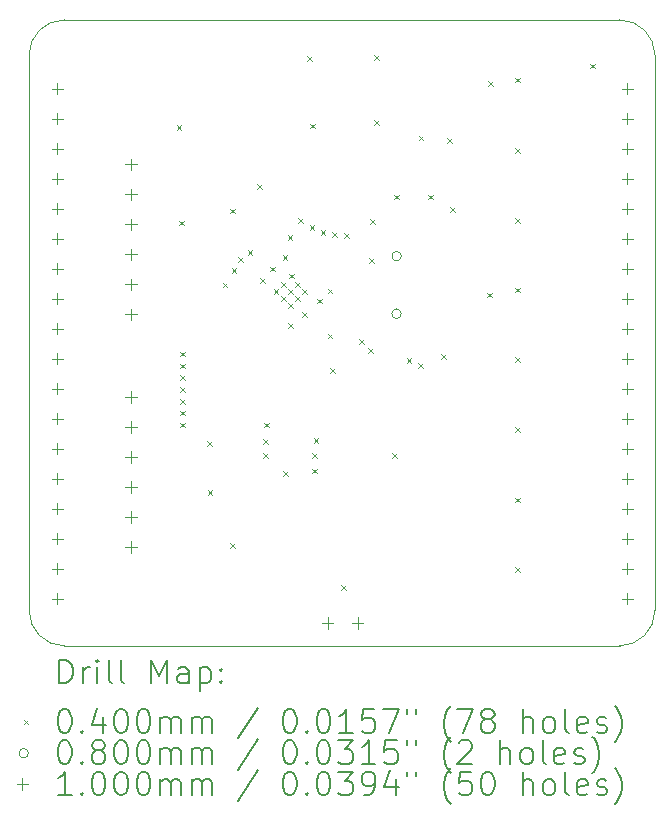
<source format=gbr>
%TF.GenerationSoftware,KiCad,Pcbnew,7.0.9*%
%TF.CreationDate,2024-03-24T12:36:57+01:00*%
%TF.ProjectId,PowerPiNano,506f7765-7250-4694-9e61-6e6f2e6b6963,rev?*%
%TF.SameCoordinates,Original*%
%TF.FileFunction,Drillmap*%
%TF.FilePolarity,Positive*%
%FSLAX45Y45*%
G04 Gerber Fmt 4.5, Leading zero omitted, Abs format (unit mm)*
G04 Created by KiCad (PCBNEW 7.0.9) date 2024-03-24 12:36:57*
%MOMM*%
%LPD*%
G01*
G04 APERTURE LIST*
%ADD10C,0.100000*%
%ADD11C,0.200000*%
G04 APERTURE END LIST*
D10*
X12500000Y-7900000D02*
G75*
G03*
X12200000Y-8200000I0J-300000D01*
G01*
X12200000Y-12900000D02*
G75*
G03*
X12500000Y-13200000I300000J0D01*
G01*
X12200000Y-12900000D02*
X12200000Y-8200000D01*
X17500000Y-8200000D02*
G75*
G03*
X17200000Y-7900000I-300000J0D01*
G01*
X17500000Y-8200000D02*
X17500000Y-12900000D01*
X17200000Y-13200000D02*
X12500000Y-13200000D01*
X17200000Y-13200000D02*
G75*
G03*
X17500000Y-12900000I0J300000D01*
G01*
X12500000Y-7900000D02*
X17200000Y-7900000D01*
D11*
D10*
X13450000Y-8791000D02*
X13490000Y-8831000D01*
X13490000Y-8791000D02*
X13450000Y-8831000D01*
X13470000Y-9600000D02*
X13510000Y-9640000D01*
X13510000Y-9600000D02*
X13470000Y-9640000D01*
X13479950Y-10710000D02*
X13519950Y-10750000D01*
X13519950Y-10710000D02*
X13479950Y-10750000D01*
X13479995Y-10909900D02*
X13519995Y-10949900D01*
X13519995Y-10909900D02*
X13479995Y-10949900D01*
X13480000Y-11109801D02*
X13520000Y-11149801D01*
X13520000Y-11109801D02*
X13480000Y-11149801D01*
X13480000Y-11309701D02*
X13520000Y-11349701D01*
X13520000Y-11309701D02*
X13480000Y-11349701D01*
X13480000Y-11209751D02*
X13520000Y-11249751D01*
X13520000Y-11209751D02*
X13480000Y-11249751D01*
X13480001Y-11009851D02*
X13520001Y-11049851D01*
X13520001Y-11009851D02*
X13480001Y-11049851D01*
X13480021Y-10809950D02*
X13520021Y-10849950D01*
X13520021Y-10809950D02*
X13480021Y-10849950D01*
X13710000Y-11469700D02*
X13750000Y-11509700D01*
X13750000Y-11469700D02*
X13710000Y-11509700D01*
X13712063Y-11884750D02*
X13752063Y-11924750D01*
X13752063Y-11884750D02*
X13712063Y-11924750D01*
X13839950Y-10124462D02*
X13879950Y-10164462D01*
X13879950Y-10124462D02*
X13839950Y-10164462D01*
X13900000Y-12330000D02*
X13940000Y-12370000D01*
X13940000Y-12330000D02*
X13900000Y-12370000D01*
X13900050Y-9499471D02*
X13940050Y-9539471D01*
X13940050Y-9499471D02*
X13900050Y-9539471D01*
X13915090Y-10002707D02*
X13955090Y-10042707D01*
X13955090Y-10002707D02*
X13915090Y-10042707D01*
X13969912Y-9911004D02*
X14009912Y-9951004D01*
X14009912Y-9911004D02*
X13969912Y-9951004D01*
X14050136Y-9850000D02*
X14090136Y-9890000D01*
X14090136Y-9850000D02*
X14050136Y-9890000D01*
X14130000Y-9290000D02*
X14170000Y-9330000D01*
X14170000Y-9290000D02*
X14130000Y-9330000D01*
X14158774Y-10087181D02*
X14198774Y-10127181D01*
X14198774Y-10087181D02*
X14158774Y-10127181D01*
X14180000Y-11450000D02*
X14220000Y-11490000D01*
X14220000Y-11450000D02*
X14180000Y-11490000D01*
X14180000Y-11570000D02*
X14220000Y-11610000D01*
X14220000Y-11570000D02*
X14180000Y-11610000D01*
X14190000Y-11310000D02*
X14230000Y-11350000D01*
X14230000Y-11310000D02*
X14190000Y-11350000D01*
X14242859Y-9990745D02*
X14282859Y-10030745D01*
X14282859Y-9990745D02*
X14242859Y-10030745D01*
X14272063Y-10180000D02*
X14312063Y-10220000D01*
X14312063Y-10180000D02*
X14272063Y-10220000D01*
X14333137Y-10120000D02*
X14373137Y-10160000D01*
X14373137Y-10120000D02*
X14333137Y-10160000D01*
X14333137Y-10240000D02*
X14373137Y-10280000D01*
X14373137Y-10240000D02*
X14333137Y-10280000D01*
X14347084Y-9892916D02*
X14387084Y-9932916D01*
X14387084Y-9892916D02*
X14347084Y-9932916D01*
X14350000Y-11720000D02*
X14390000Y-11760000D01*
X14390000Y-11720000D02*
X14350000Y-11760000D01*
X14390000Y-9720000D02*
X14430000Y-9760000D01*
X14430000Y-9720000D02*
X14390000Y-9760000D01*
X14392013Y-10470000D02*
X14432013Y-10510000D01*
X14432013Y-10470000D02*
X14392013Y-10510000D01*
X14393137Y-10180000D02*
X14433137Y-10220000D01*
X14433137Y-10180000D02*
X14393137Y-10220000D01*
X14393137Y-10300000D02*
X14433137Y-10340000D01*
X14433137Y-10300000D02*
X14393137Y-10340000D01*
X14402063Y-10050000D02*
X14442063Y-10090000D01*
X14442063Y-10050000D02*
X14402063Y-10090000D01*
X14453137Y-10120000D02*
X14493137Y-10160000D01*
X14493137Y-10120000D02*
X14453137Y-10160000D01*
X14453137Y-10240000D02*
X14493137Y-10280000D01*
X14493137Y-10240000D02*
X14453137Y-10280000D01*
X14477356Y-9578431D02*
X14517356Y-9618431D01*
X14517356Y-9578431D02*
X14477356Y-9618431D01*
X14511559Y-10372635D02*
X14551559Y-10412635D01*
X14551559Y-10372635D02*
X14511559Y-10412635D01*
X14513137Y-10180000D02*
X14553137Y-10220000D01*
X14553137Y-10180000D02*
X14513137Y-10220000D01*
X14557000Y-8207000D02*
X14597000Y-8247000D01*
X14597000Y-8207000D02*
X14557000Y-8247000D01*
X14575506Y-9638072D02*
X14615506Y-9678072D01*
X14615506Y-9638072D02*
X14575506Y-9678072D01*
X14580000Y-8780000D02*
X14620000Y-8820000D01*
X14620000Y-8780000D02*
X14580000Y-8820000D01*
X14600000Y-11570000D02*
X14640000Y-11610000D01*
X14640000Y-11570000D02*
X14600000Y-11610000D01*
X14600000Y-11700000D02*
X14640000Y-11740000D01*
X14640000Y-11700000D02*
X14600000Y-11740000D01*
X14610000Y-11440000D02*
X14650000Y-11480000D01*
X14650000Y-11440000D02*
X14610000Y-11480000D01*
X14640000Y-10260000D02*
X14680000Y-10300000D01*
X14680000Y-10260000D02*
X14640000Y-10300000D01*
X14670000Y-9680000D02*
X14710000Y-9720000D01*
X14710000Y-9680000D02*
X14670000Y-9720000D01*
X14728491Y-10175083D02*
X14768491Y-10215083D01*
X14768491Y-10175083D02*
X14728491Y-10215083D01*
X14729288Y-10557918D02*
X14769288Y-10597918D01*
X14769288Y-10557918D02*
X14729288Y-10597918D01*
X14749950Y-10850000D02*
X14789950Y-10890000D01*
X14789950Y-10850000D02*
X14749950Y-10890000D01*
X14769427Y-9699948D02*
X14809427Y-9739948D01*
X14809427Y-9699948D02*
X14769427Y-9739948D01*
X14840000Y-12685000D02*
X14880000Y-12725000D01*
X14880000Y-12685000D02*
X14840000Y-12725000D01*
X14868969Y-9708969D02*
X14908969Y-9748969D01*
X14908969Y-9708969D02*
X14868969Y-9748969D01*
X14997898Y-10605765D02*
X15037898Y-10645765D01*
X15037898Y-10605765D02*
X14997898Y-10645765D01*
X15072738Y-10680676D02*
X15112738Y-10720676D01*
X15112738Y-10680676D02*
X15072738Y-10720676D01*
X15080000Y-9920000D02*
X15120000Y-9960000D01*
X15120000Y-9920000D02*
X15080000Y-9960000D01*
X15085996Y-9585996D02*
X15125996Y-9625996D01*
X15125996Y-9585996D02*
X15085996Y-9625996D01*
X15120000Y-8200000D02*
X15160000Y-8240000D01*
X15160000Y-8200000D02*
X15120000Y-8240000D01*
X15120000Y-8750000D02*
X15160000Y-8790000D01*
X15160000Y-8750000D02*
X15120000Y-8790000D01*
X15273569Y-11566431D02*
X15313569Y-11606431D01*
X15313569Y-11566431D02*
X15273569Y-11606431D01*
X15292063Y-9380000D02*
X15332063Y-9420000D01*
X15332063Y-9380000D02*
X15292063Y-9420000D01*
X15397741Y-10762259D02*
X15437741Y-10802259D01*
X15437741Y-10762259D02*
X15397741Y-10802259D01*
X15496700Y-10804651D02*
X15536700Y-10844651D01*
X15536700Y-10804651D02*
X15496700Y-10844651D01*
X15500000Y-8880000D02*
X15540000Y-8920000D01*
X15540000Y-8880000D02*
X15500000Y-8920000D01*
X15580000Y-9380000D02*
X15620000Y-9420000D01*
X15620000Y-9380000D02*
X15580000Y-9420000D01*
X15690000Y-10730000D02*
X15730000Y-10770000D01*
X15730000Y-10730000D02*
X15690000Y-10770000D01*
X15740000Y-8900050D02*
X15780000Y-8940050D01*
X15780000Y-8900050D02*
X15740000Y-8940050D01*
X15764462Y-9484462D02*
X15804462Y-9524462D01*
X15804462Y-9484462D02*
X15764462Y-9524462D01*
X16080000Y-10210000D02*
X16120000Y-10250000D01*
X16120000Y-10210000D02*
X16080000Y-10250000D01*
X16090000Y-8420000D02*
X16130000Y-8460000D01*
X16130000Y-8420000D02*
X16090000Y-8460000D01*
X16313750Y-8390000D02*
X16353750Y-8430000D01*
X16353750Y-8390000D02*
X16313750Y-8430000D01*
X16314750Y-9576687D02*
X16354750Y-9616687D01*
X16354750Y-9576687D02*
X16314750Y-9616687D01*
X16314750Y-10166687D02*
X16354750Y-10206687D01*
X16354750Y-10166687D02*
X16314750Y-10206687D01*
X16314750Y-10756687D02*
X16354750Y-10796687D01*
X16354750Y-10756687D02*
X16314750Y-10796687D01*
X16314750Y-11346687D02*
X16354750Y-11386687D01*
X16354750Y-11346687D02*
X16314750Y-11386687D01*
X16314750Y-12536687D02*
X16354750Y-12576687D01*
X16354750Y-12536687D02*
X16314750Y-12576687D01*
X16316250Y-11946450D02*
X16356250Y-11986450D01*
X16356250Y-11946450D02*
X16316250Y-11986450D01*
X16318500Y-8986687D02*
X16358500Y-9026687D01*
X16358500Y-8986687D02*
X16318500Y-9026687D01*
X16950000Y-8270000D02*
X16990000Y-8310000D01*
X16990000Y-8270000D02*
X16950000Y-8310000D01*
X15352063Y-9900000D02*
G75*
G03*
X15352063Y-9900000I-40000J0D01*
G01*
X15352063Y-10388000D02*
G75*
G03*
X15352063Y-10388000I-40000J0D01*
G01*
X12441137Y-8432000D02*
X12441137Y-8532000D01*
X12391137Y-8482000D02*
X12491137Y-8482000D01*
X12441137Y-8686000D02*
X12441137Y-8786000D01*
X12391137Y-8736000D02*
X12491137Y-8736000D01*
X12441137Y-8940000D02*
X12441137Y-9040000D01*
X12391137Y-8990000D02*
X12491137Y-8990000D01*
X12441137Y-9194000D02*
X12441137Y-9294000D01*
X12391137Y-9244000D02*
X12491137Y-9244000D01*
X12441137Y-9448000D02*
X12441137Y-9548000D01*
X12391137Y-9498000D02*
X12491137Y-9498000D01*
X12441137Y-9702000D02*
X12441137Y-9802000D01*
X12391137Y-9752000D02*
X12491137Y-9752000D01*
X12441137Y-9956000D02*
X12441137Y-10056000D01*
X12391137Y-10006000D02*
X12491137Y-10006000D01*
X12441137Y-10210000D02*
X12441137Y-10310000D01*
X12391137Y-10260000D02*
X12491137Y-10260000D01*
X12441137Y-10464000D02*
X12441137Y-10564000D01*
X12391137Y-10514000D02*
X12491137Y-10514000D01*
X12441137Y-10718000D02*
X12441137Y-10818000D01*
X12391137Y-10768000D02*
X12491137Y-10768000D01*
X12441137Y-10972000D02*
X12441137Y-11072000D01*
X12391137Y-11022000D02*
X12491137Y-11022000D01*
X12441137Y-11226000D02*
X12441137Y-11326000D01*
X12391137Y-11276000D02*
X12491137Y-11276000D01*
X12441137Y-11480000D02*
X12441137Y-11580000D01*
X12391137Y-11530000D02*
X12491137Y-11530000D01*
X12441137Y-11734000D02*
X12441137Y-11834000D01*
X12391137Y-11784000D02*
X12491137Y-11784000D01*
X12441137Y-11988000D02*
X12441137Y-12088000D01*
X12391137Y-12038000D02*
X12491137Y-12038000D01*
X12441137Y-12242000D02*
X12441137Y-12342000D01*
X12391137Y-12292000D02*
X12491137Y-12292000D01*
X12441137Y-12496000D02*
X12441137Y-12596000D01*
X12391137Y-12546000D02*
X12491137Y-12546000D01*
X12441137Y-12750000D02*
X12441137Y-12850000D01*
X12391137Y-12800000D02*
X12491137Y-12800000D01*
X13062063Y-11044750D02*
X13062063Y-11144750D01*
X13012063Y-11094750D02*
X13112063Y-11094750D01*
X13062063Y-11298750D02*
X13062063Y-11398750D01*
X13012063Y-11348750D02*
X13112063Y-11348750D01*
X13062063Y-11552750D02*
X13062063Y-11652750D01*
X13012063Y-11602750D02*
X13112063Y-11602750D01*
X13062063Y-11806750D02*
X13062063Y-11906750D01*
X13012063Y-11856750D02*
X13112063Y-11856750D01*
X13062063Y-12060750D02*
X13062063Y-12160750D01*
X13012063Y-12110750D02*
X13112063Y-12110750D01*
X13062063Y-12314750D02*
X13062063Y-12414750D01*
X13012063Y-12364750D02*
X13112063Y-12364750D01*
X13062496Y-9074506D02*
X13062496Y-9174506D01*
X13012496Y-9124506D02*
X13112496Y-9124506D01*
X13062496Y-9328506D02*
X13062496Y-9428506D01*
X13012496Y-9378506D02*
X13112496Y-9378506D01*
X13062496Y-9582506D02*
X13062496Y-9682506D01*
X13012496Y-9632506D02*
X13112496Y-9632506D01*
X13062496Y-9836506D02*
X13062496Y-9936506D01*
X13012496Y-9886506D02*
X13112496Y-9886506D01*
X13062496Y-10090506D02*
X13062496Y-10190506D01*
X13012496Y-10140506D02*
X13112496Y-10140506D01*
X13062496Y-10344506D02*
X13062496Y-10444506D01*
X13012496Y-10394506D02*
X13112496Y-10394506D01*
X14727637Y-12960000D02*
X14727637Y-13060000D01*
X14677637Y-13010000D02*
X14777637Y-13010000D01*
X14981637Y-12960000D02*
X14981637Y-13060000D01*
X14931637Y-13010000D02*
X15031637Y-13010000D01*
X17267137Y-8432000D02*
X17267137Y-8532000D01*
X17217137Y-8482000D02*
X17317137Y-8482000D01*
X17267137Y-8686000D02*
X17267137Y-8786000D01*
X17217137Y-8736000D02*
X17317137Y-8736000D01*
X17267137Y-8940000D02*
X17267137Y-9040000D01*
X17217137Y-8990000D02*
X17317137Y-8990000D01*
X17267137Y-9194000D02*
X17267137Y-9294000D01*
X17217137Y-9244000D02*
X17317137Y-9244000D01*
X17267137Y-9448000D02*
X17267137Y-9548000D01*
X17217137Y-9498000D02*
X17317137Y-9498000D01*
X17267137Y-9702000D02*
X17267137Y-9802000D01*
X17217137Y-9752000D02*
X17317137Y-9752000D01*
X17267137Y-9956000D02*
X17267137Y-10056000D01*
X17217137Y-10006000D02*
X17317137Y-10006000D01*
X17267137Y-10210000D02*
X17267137Y-10310000D01*
X17217137Y-10260000D02*
X17317137Y-10260000D01*
X17267137Y-10464000D02*
X17267137Y-10564000D01*
X17217137Y-10514000D02*
X17317137Y-10514000D01*
X17267137Y-10718000D02*
X17267137Y-10818000D01*
X17217137Y-10768000D02*
X17317137Y-10768000D01*
X17267137Y-10972000D02*
X17267137Y-11072000D01*
X17217137Y-11022000D02*
X17317137Y-11022000D01*
X17267137Y-11226000D02*
X17267137Y-11326000D01*
X17217137Y-11276000D02*
X17317137Y-11276000D01*
X17267137Y-11480000D02*
X17267137Y-11580000D01*
X17217137Y-11530000D02*
X17317137Y-11530000D01*
X17267137Y-11734000D02*
X17267137Y-11834000D01*
X17217137Y-11784000D02*
X17317137Y-11784000D01*
X17267137Y-11988000D02*
X17267137Y-12088000D01*
X17217137Y-12038000D02*
X17317137Y-12038000D01*
X17267137Y-12242000D02*
X17267137Y-12342000D01*
X17217137Y-12292000D02*
X17317137Y-12292000D01*
X17267137Y-12496000D02*
X17267137Y-12596000D01*
X17217137Y-12546000D02*
X17317137Y-12546000D01*
X17267137Y-12750000D02*
X17267137Y-12850000D01*
X17217137Y-12800000D02*
X17317137Y-12800000D01*
D11*
X12455777Y-13516484D02*
X12455777Y-13316484D01*
X12455777Y-13316484D02*
X12503396Y-13316484D01*
X12503396Y-13316484D02*
X12531967Y-13326008D01*
X12531967Y-13326008D02*
X12551015Y-13345055D01*
X12551015Y-13345055D02*
X12560539Y-13364103D01*
X12560539Y-13364103D02*
X12570062Y-13402198D01*
X12570062Y-13402198D02*
X12570062Y-13430769D01*
X12570062Y-13430769D02*
X12560539Y-13468865D01*
X12560539Y-13468865D02*
X12551015Y-13487912D01*
X12551015Y-13487912D02*
X12531967Y-13506960D01*
X12531967Y-13506960D02*
X12503396Y-13516484D01*
X12503396Y-13516484D02*
X12455777Y-13516484D01*
X12655777Y-13516484D02*
X12655777Y-13383150D01*
X12655777Y-13421246D02*
X12665301Y-13402198D01*
X12665301Y-13402198D02*
X12674824Y-13392674D01*
X12674824Y-13392674D02*
X12693872Y-13383150D01*
X12693872Y-13383150D02*
X12712920Y-13383150D01*
X12779586Y-13516484D02*
X12779586Y-13383150D01*
X12779586Y-13316484D02*
X12770062Y-13326008D01*
X12770062Y-13326008D02*
X12779586Y-13335531D01*
X12779586Y-13335531D02*
X12789110Y-13326008D01*
X12789110Y-13326008D02*
X12779586Y-13316484D01*
X12779586Y-13316484D02*
X12779586Y-13335531D01*
X12903396Y-13516484D02*
X12884348Y-13506960D01*
X12884348Y-13506960D02*
X12874824Y-13487912D01*
X12874824Y-13487912D02*
X12874824Y-13316484D01*
X13008158Y-13516484D02*
X12989110Y-13506960D01*
X12989110Y-13506960D02*
X12979586Y-13487912D01*
X12979586Y-13487912D02*
X12979586Y-13316484D01*
X13236729Y-13516484D02*
X13236729Y-13316484D01*
X13236729Y-13316484D02*
X13303396Y-13459341D01*
X13303396Y-13459341D02*
X13370062Y-13316484D01*
X13370062Y-13316484D02*
X13370062Y-13516484D01*
X13551015Y-13516484D02*
X13551015Y-13411722D01*
X13551015Y-13411722D02*
X13541491Y-13392674D01*
X13541491Y-13392674D02*
X13522443Y-13383150D01*
X13522443Y-13383150D02*
X13484348Y-13383150D01*
X13484348Y-13383150D02*
X13465301Y-13392674D01*
X13551015Y-13506960D02*
X13531967Y-13516484D01*
X13531967Y-13516484D02*
X13484348Y-13516484D01*
X13484348Y-13516484D02*
X13465301Y-13506960D01*
X13465301Y-13506960D02*
X13455777Y-13487912D01*
X13455777Y-13487912D02*
X13455777Y-13468865D01*
X13455777Y-13468865D02*
X13465301Y-13449817D01*
X13465301Y-13449817D02*
X13484348Y-13440293D01*
X13484348Y-13440293D02*
X13531967Y-13440293D01*
X13531967Y-13440293D02*
X13551015Y-13430769D01*
X13646253Y-13383150D02*
X13646253Y-13583150D01*
X13646253Y-13392674D02*
X13665301Y-13383150D01*
X13665301Y-13383150D02*
X13703396Y-13383150D01*
X13703396Y-13383150D02*
X13722443Y-13392674D01*
X13722443Y-13392674D02*
X13731967Y-13402198D01*
X13731967Y-13402198D02*
X13741491Y-13421246D01*
X13741491Y-13421246D02*
X13741491Y-13478388D01*
X13741491Y-13478388D02*
X13731967Y-13497436D01*
X13731967Y-13497436D02*
X13722443Y-13506960D01*
X13722443Y-13506960D02*
X13703396Y-13516484D01*
X13703396Y-13516484D02*
X13665301Y-13516484D01*
X13665301Y-13516484D02*
X13646253Y-13506960D01*
X13827205Y-13497436D02*
X13836729Y-13506960D01*
X13836729Y-13506960D02*
X13827205Y-13516484D01*
X13827205Y-13516484D02*
X13817682Y-13506960D01*
X13817682Y-13506960D02*
X13827205Y-13497436D01*
X13827205Y-13497436D02*
X13827205Y-13516484D01*
X13827205Y-13392674D02*
X13836729Y-13402198D01*
X13836729Y-13402198D02*
X13827205Y-13411722D01*
X13827205Y-13411722D02*
X13817682Y-13402198D01*
X13817682Y-13402198D02*
X13827205Y-13392674D01*
X13827205Y-13392674D02*
X13827205Y-13411722D01*
D10*
X12155000Y-13825000D02*
X12195000Y-13865000D01*
X12195000Y-13825000D02*
X12155000Y-13865000D01*
D11*
X12493872Y-13736484D02*
X12512920Y-13736484D01*
X12512920Y-13736484D02*
X12531967Y-13746008D01*
X12531967Y-13746008D02*
X12541491Y-13755531D01*
X12541491Y-13755531D02*
X12551015Y-13774579D01*
X12551015Y-13774579D02*
X12560539Y-13812674D01*
X12560539Y-13812674D02*
X12560539Y-13860293D01*
X12560539Y-13860293D02*
X12551015Y-13898388D01*
X12551015Y-13898388D02*
X12541491Y-13917436D01*
X12541491Y-13917436D02*
X12531967Y-13926960D01*
X12531967Y-13926960D02*
X12512920Y-13936484D01*
X12512920Y-13936484D02*
X12493872Y-13936484D01*
X12493872Y-13936484D02*
X12474824Y-13926960D01*
X12474824Y-13926960D02*
X12465301Y-13917436D01*
X12465301Y-13917436D02*
X12455777Y-13898388D01*
X12455777Y-13898388D02*
X12446253Y-13860293D01*
X12446253Y-13860293D02*
X12446253Y-13812674D01*
X12446253Y-13812674D02*
X12455777Y-13774579D01*
X12455777Y-13774579D02*
X12465301Y-13755531D01*
X12465301Y-13755531D02*
X12474824Y-13746008D01*
X12474824Y-13746008D02*
X12493872Y-13736484D01*
X12646253Y-13917436D02*
X12655777Y-13926960D01*
X12655777Y-13926960D02*
X12646253Y-13936484D01*
X12646253Y-13936484D02*
X12636729Y-13926960D01*
X12636729Y-13926960D02*
X12646253Y-13917436D01*
X12646253Y-13917436D02*
X12646253Y-13936484D01*
X12827205Y-13803150D02*
X12827205Y-13936484D01*
X12779586Y-13726960D02*
X12731967Y-13869817D01*
X12731967Y-13869817D02*
X12855777Y-13869817D01*
X12970062Y-13736484D02*
X12989110Y-13736484D01*
X12989110Y-13736484D02*
X13008158Y-13746008D01*
X13008158Y-13746008D02*
X13017682Y-13755531D01*
X13017682Y-13755531D02*
X13027205Y-13774579D01*
X13027205Y-13774579D02*
X13036729Y-13812674D01*
X13036729Y-13812674D02*
X13036729Y-13860293D01*
X13036729Y-13860293D02*
X13027205Y-13898388D01*
X13027205Y-13898388D02*
X13017682Y-13917436D01*
X13017682Y-13917436D02*
X13008158Y-13926960D01*
X13008158Y-13926960D02*
X12989110Y-13936484D01*
X12989110Y-13936484D02*
X12970062Y-13936484D01*
X12970062Y-13936484D02*
X12951015Y-13926960D01*
X12951015Y-13926960D02*
X12941491Y-13917436D01*
X12941491Y-13917436D02*
X12931967Y-13898388D01*
X12931967Y-13898388D02*
X12922443Y-13860293D01*
X12922443Y-13860293D02*
X12922443Y-13812674D01*
X12922443Y-13812674D02*
X12931967Y-13774579D01*
X12931967Y-13774579D02*
X12941491Y-13755531D01*
X12941491Y-13755531D02*
X12951015Y-13746008D01*
X12951015Y-13746008D02*
X12970062Y-13736484D01*
X13160539Y-13736484D02*
X13179586Y-13736484D01*
X13179586Y-13736484D02*
X13198634Y-13746008D01*
X13198634Y-13746008D02*
X13208158Y-13755531D01*
X13208158Y-13755531D02*
X13217682Y-13774579D01*
X13217682Y-13774579D02*
X13227205Y-13812674D01*
X13227205Y-13812674D02*
X13227205Y-13860293D01*
X13227205Y-13860293D02*
X13217682Y-13898388D01*
X13217682Y-13898388D02*
X13208158Y-13917436D01*
X13208158Y-13917436D02*
X13198634Y-13926960D01*
X13198634Y-13926960D02*
X13179586Y-13936484D01*
X13179586Y-13936484D02*
X13160539Y-13936484D01*
X13160539Y-13936484D02*
X13141491Y-13926960D01*
X13141491Y-13926960D02*
X13131967Y-13917436D01*
X13131967Y-13917436D02*
X13122443Y-13898388D01*
X13122443Y-13898388D02*
X13112920Y-13860293D01*
X13112920Y-13860293D02*
X13112920Y-13812674D01*
X13112920Y-13812674D02*
X13122443Y-13774579D01*
X13122443Y-13774579D02*
X13131967Y-13755531D01*
X13131967Y-13755531D02*
X13141491Y-13746008D01*
X13141491Y-13746008D02*
X13160539Y-13736484D01*
X13312920Y-13936484D02*
X13312920Y-13803150D01*
X13312920Y-13822198D02*
X13322443Y-13812674D01*
X13322443Y-13812674D02*
X13341491Y-13803150D01*
X13341491Y-13803150D02*
X13370063Y-13803150D01*
X13370063Y-13803150D02*
X13389110Y-13812674D01*
X13389110Y-13812674D02*
X13398634Y-13831722D01*
X13398634Y-13831722D02*
X13398634Y-13936484D01*
X13398634Y-13831722D02*
X13408158Y-13812674D01*
X13408158Y-13812674D02*
X13427205Y-13803150D01*
X13427205Y-13803150D02*
X13455777Y-13803150D01*
X13455777Y-13803150D02*
X13474824Y-13812674D01*
X13474824Y-13812674D02*
X13484348Y-13831722D01*
X13484348Y-13831722D02*
X13484348Y-13936484D01*
X13579586Y-13936484D02*
X13579586Y-13803150D01*
X13579586Y-13822198D02*
X13589110Y-13812674D01*
X13589110Y-13812674D02*
X13608158Y-13803150D01*
X13608158Y-13803150D02*
X13636729Y-13803150D01*
X13636729Y-13803150D02*
X13655777Y-13812674D01*
X13655777Y-13812674D02*
X13665301Y-13831722D01*
X13665301Y-13831722D02*
X13665301Y-13936484D01*
X13665301Y-13831722D02*
X13674824Y-13812674D01*
X13674824Y-13812674D02*
X13693872Y-13803150D01*
X13693872Y-13803150D02*
X13722443Y-13803150D01*
X13722443Y-13803150D02*
X13741491Y-13812674D01*
X13741491Y-13812674D02*
X13751015Y-13831722D01*
X13751015Y-13831722D02*
X13751015Y-13936484D01*
X14141491Y-13726960D02*
X13970063Y-13984103D01*
X14398634Y-13736484D02*
X14417682Y-13736484D01*
X14417682Y-13736484D02*
X14436729Y-13746008D01*
X14436729Y-13746008D02*
X14446253Y-13755531D01*
X14446253Y-13755531D02*
X14455777Y-13774579D01*
X14455777Y-13774579D02*
X14465301Y-13812674D01*
X14465301Y-13812674D02*
X14465301Y-13860293D01*
X14465301Y-13860293D02*
X14455777Y-13898388D01*
X14455777Y-13898388D02*
X14446253Y-13917436D01*
X14446253Y-13917436D02*
X14436729Y-13926960D01*
X14436729Y-13926960D02*
X14417682Y-13936484D01*
X14417682Y-13936484D02*
X14398634Y-13936484D01*
X14398634Y-13936484D02*
X14379586Y-13926960D01*
X14379586Y-13926960D02*
X14370063Y-13917436D01*
X14370063Y-13917436D02*
X14360539Y-13898388D01*
X14360539Y-13898388D02*
X14351015Y-13860293D01*
X14351015Y-13860293D02*
X14351015Y-13812674D01*
X14351015Y-13812674D02*
X14360539Y-13774579D01*
X14360539Y-13774579D02*
X14370063Y-13755531D01*
X14370063Y-13755531D02*
X14379586Y-13746008D01*
X14379586Y-13746008D02*
X14398634Y-13736484D01*
X14551015Y-13917436D02*
X14560539Y-13926960D01*
X14560539Y-13926960D02*
X14551015Y-13936484D01*
X14551015Y-13936484D02*
X14541491Y-13926960D01*
X14541491Y-13926960D02*
X14551015Y-13917436D01*
X14551015Y-13917436D02*
X14551015Y-13936484D01*
X14684348Y-13736484D02*
X14703396Y-13736484D01*
X14703396Y-13736484D02*
X14722444Y-13746008D01*
X14722444Y-13746008D02*
X14731967Y-13755531D01*
X14731967Y-13755531D02*
X14741491Y-13774579D01*
X14741491Y-13774579D02*
X14751015Y-13812674D01*
X14751015Y-13812674D02*
X14751015Y-13860293D01*
X14751015Y-13860293D02*
X14741491Y-13898388D01*
X14741491Y-13898388D02*
X14731967Y-13917436D01*
X14731967Y-13917436D02*
X14722444Y-13926960D01*
X14722444Y-13926960D02*
X14703396Y-13936484D01*
X14703396Y-13936484D02*
X14684348Y-13936484D01*
X14684348Y-13936484D02*
X14665301Y-13926960D01*
X14665301Y-13926960D02*
X14655777Y-13917436D01*
X14655777Y-13917436D02*
X14646253Y-13898388D01*
X14646253Y-13898388D02*
X14636729Y-13860293D01*
X14636729Y-13860293D02*
X14636729Y-13812674D01*
X14636729Y-13812674D02*
X14646253Y-13774579D01*
X14646253Y-13774579D02*
X14655777Y-13755531D01*
X14655777Y-13755531D02*
X14665301Y-13746008D01*
X14665301Y-13746008D02*
X14684348Y-13736484D01*
X14941491Y-13936484D02*
X14827206Y-13936484D01*
X14884348Y-13936484D02*
X14884348Y-13736484D01*
X14884348Y-13736484D02*
X14865301Y-13765055D01*
X14865301Y-13765055D02*
X14846253Y-13784103D01*
X14846253Y-13784103D02*
X14827206Y-13793627D01*
X15122444Y-13736484D02*
X15027206Y-13736484D01*
X15027206Y-13736484D02*
X15017682Y-13831722D01*
X15017682Y-13831722D02*
X15027206Y-13822198D01*
X15027206Y-13822198D02*
X15046253Y-13812674D01*
X15046253Y-13812674D02*
X15093872Y-13812674D01*
X15093872Y-13812674D02*
X15112920Y-13822198D01*
X15112920Y-13822198D02*
X15122444Y-13831722D01*
X15122444Y-13831722D02*
X15131967Y-13850769D01*
X15131967Y-13850769D02*
X15131967Y-13898388D01*
X15131967Y-13898388D02*
X15122444Y-13917436D01*
X15122444Y-13917436D02*
X15112920Y-13926960D01*
X15112920Y-13926960D02*
X15093872Y-13936484D01*
X15093872Y-13936484D02*
X15046253Y-13936484D01*
X15046253Y-13936484D02*
X15027206Y-13926960D01*
X15027206Y-13926960D02*
X15017682Y-13917436D01*
X15198634Y-13736484D02*
X15331967Y-13736484D01*
X15331967Y-13736484D02*
X15246253Y-13936484D01*
X15398634Y-13736484D02*
X15398634Y-13774579D01*
X15474825Y-13736484D02*
X15474825Y-13774579D01*
X15770063Y-14012674D02*
X15760539Y-14003150D01*
X15760539Y-14003150D02*
X15741491Y-13974579D01*
X15741491Y-13974579D02*
X15731968Y-13955531D01*
X15731968Y-13955531D02*
X15722444Y-13926960D01*
X15722444Y-13926960D02*
X15712920Y-13879341D01*
X15712920Y-13879341D02*
X15712920Y-13841246D01*
X15712920Y-13841246D02*
X15722444Y-13793627D01*
X15722444Y-13793627D02*
X15731968Y-13765055D01*
X15731968Y-13765055D02*
X15741491Y-13746008D01*
X15741491Y-13746008D02*
X15760539Y-13717436D01*
X15760539Y-13717436D02*
X15770063Y-13707912D01*
X15827206Y-13736484D02*
X15960539Y-13736484D01*
X15960539Y-13736484D02*
X15874825Y-13936484D01*
X16065301Y-13822198D02*
X16046253Y-13812674D01*
X16046253Y-13812674D02*
X16036729Y-13803150D01*
X16036729Y-13803150D02*
X16027206Y-13784103D01*
X16027206Y-13784103D02*
X16027206Y-13774579D01*
X16027206Y-13774579D02*
X16036729Y-13755531D01*
X16036729Y-13755531D02*
X16046253Y-13746008D01*
X16046253Y-13746008D02*
X16065301Y-13736484D01*
X16065301Y-13736484D02*
X16103396Y-13736484D01*
X16103396Y-13736484D02*
X16122444Y-13746008D01*
X16122444Y-13746008D02*
X16131968Y-13755531D01*
X16131968Y-13755531D02*
X16141491Y-13774579D01*
X16141491Y-13774579D02*
X16141491Y-13784103D01*
X16141491Y-13784103D02*
X16131968Y-13803150D01*
X16131968Y-13803150D02*
X16122444Y-13812674D01*
X16122444Y-13812674D02*
X16103396Y-13822198D01*
X16103396Y-13822198D02*
X16065301Y-13822198D01*
X16065301Y-13822198D02*
X16046253Y-13831722D01*
X16046253Y-13831722D02*
X16036729Y-13841246D01*
X16036729Y-13841246D02*
X16027206Y-13860293D01*
X16027206Y-13860293D02*
X16027206Y-13898388D01*
X16027206Y-13898388D02*
X16036729Y-13917436D01*
X16036729Y-13917436D02*
X16046253Y-13926960D01*
X16046253Y-13926960D02*
X16065301Y-13936484D01*
X16065301Y-13936484D02*
X16103396Y-13936484D01*
X16103396Y-13936484D02*
X16122444Y-13926960D01*
X16122444Y-13926960D02*
X16131968Y-13917436D01*
X16131968Y-13917436D02*
X16141491Y-13898388D01*
X16141491Y-13898388D02*
X16141491Y-13860293D01*
X16141491Y-13860293D02*
X16131968Y-13841246D01*
X16131968Y-13841246D02*
X16122444Y-13831722D01*
X16122444Y-13831722D02*
X16103396Y-13822198D01*
X16379587Y-13936484D02*
X16379587Y-13736484D01*
X16465301Y-13936484D02*
X16465301Y-13831722D01*
X16465301Y-13831722D02*
X16455777Y-13812674D01*
X16455777Y-13812674D02*
X16436730Y-13803150D01*
X16436730Y-13803150D02*
X16408158Y-13803150D01*
X16408158Y-13803150D02*
X16389110Y-13812674D01*
X16389110Y-13812674D02*
X16379587Y-13822198D01*
X16589110Y-13936484D02*
X16570063Y-13926960D01*
X16570063Y-13926960D02*
X16560539Y-13917436D01*
X16560539Y-13917436D02*
X16551015Y-13898388D01*
X16551015Y-13898388D02*
X16551015Y-13841246D01*
X16551015Y-13841246D02*
X16560539Y-13822198D01*
X16560539Y-13822198D02*
X16570063Y-13812674D01*
X16570063Y-13812674D02*
X16589110Y-13803150D01*
X16589110Y-13803150D02*
X16617682Y-13803150D01*
X16617682Y-13803150D02*
X16636730Y-13812674D01*
X16636730Y-13812674D02*
X16646253Y-13822198D01*
X16646253Y-13822198D02*
X16655777Y-13841246D01*
X16655777Y-13841246D02*
X16655777Y-13898388D01*
X16655777Y-13898388D02*
X16646253Y-13917436D01*
X16646253Y-13917436D02*
X16636730Y-13926960D01*
X16636730Y-13926960D02*
X16617682Y-13936484D01*
X16617682Y-13936484D02*
X16589110Y-13936484D01*
X16770063Y-13936484D02*
X16751015Y-13926960D01*
X16751015Y-13926960D02*
X16741491Y-13907912D01*
X16741491Y-13907912D02*
X16741491Y-13736484D01*
X16922444Y-13926960D02*
X16903396Y-13936484D01*
X16903396Y-13936484D02*
X16865301Y-13936484D01*
X16865301Y-13936484D02*
X16846253Y-13926960D01*
X16846253Y-13926960D02*
X16836730Y-13907912D01*
X16836730Y-13907912D02*
X16836730Y-13831722D01*
X16836730Y-13831722D02*
X16846253Y-13812674D01*
X16846253Y-13812674D02*
X16865301Y-13803150D01*
X16865301Y-13803150D02*
X16903396Y-13803150D01*
X16903396Y-13803150D02*
X16922444Y-13812674D01*
X16922444Y-13812674D02*
X16931968Y-13831722D01*
X16931968Y-13831722D02*
X16931968Y-13850769D01*
X16931968Y-13850769D02*
X16836730Y-13869817D01*
X17008158Y-13926960D02*
X17027206Y-13936484D01*
X17027206Y-13936484D02*
X17065301Y-13936484D01*
X17065301Y-13936484D02*
X17084349Y-13926960D01*
X17084349Y-13926960D02*
X17093873Y-13907912D01*
X17093873Y-13907912D02*
X17093873Y-13898388D01*
X17093873Y-13898388D02*
X17084349Y-13879341D01*
X17084349Y-13879341D02*
X17065301Y-13869817D01*
X17065301Y-13869817D02*
X17036730Y-13869817D01*
X17036730Y-13869817D02*
X17017682Y-13860293D01*
X17017682Y-13860293D02*
X17008158Y-13841246D01*
X17008158Y-13841246D02*
X17008158Y-13831722D01*
X17008158Y-13831722D02*
X17017682Y-13812674D01*
X17017682Y-13812674D02*
X17036730Y-13803150D01*
X17036730Y-13803150D02*
X17065301Y-13803150D01*
X17065301Y-13803150D02*
X17084349Y-13812674D01*
X17160539Y-14012674D02*
X17170063Y-14003150D01*
X17170063Y-14003150D02*
X17189111Y-13974579D01*
X17189111Y-13974579D02*
X17198634Y-13955531D01*
X17198634Y-13955531D02*
X17208158Y-13926960D01*
X17208158Y-13926960D02*
X17217682Y-13879341D01*
X17217682Y-13879341D02*
X17217682Y-13841246D01*
X17217682Y-13841246D02*
X17208158Y-13793627D01*
X17208158Y-13793627D02*
X17198634Y-13765055D01*
X17198634Y-13765055D02*
X17189111Y-13746008D01*
X17189111Y-13746008D02*
X17170063Y-13717436D01*
X17170063Y-13717436D02*
X17160539Y-13707912D01*
D10*
X12195000Y-14109000D02*
G75*
G03*
X12195000Y-14109000I-40000J0D01*
G01*
D11*
X12493872Y-14000484D02*
X12512920Y-14000484D01*
X12512920Y-14000484D02*
X12531967Y-14010008D01*
X12531967Y-14010008D02*
X12541491Y-14019531D01*
X12541491Y-14019531D02*
X12551015Y-14038579D01*
X12551015Y-14038579D02*
X12560539Y-14076674D01*
X12560539Y-14076674D02*
X12560539Y-14124293D01*
X12560539Y-14124293D02*
X12551015Y-14162388D01*
X12551015Y-14162388D02*
X12541491Y-14181436D01*
X12541491Y-14181436D02*
X12531967Y-14190960D01*
X12531967Y-14190960D02*
X12512920Y-14200484D01*
X12512920Y-14200484D02*
X12493872Y-14200484D01*
X12493872Y-14200484D02*
X12474824Y-14190960D01*
X12474824Y-14190960D02*
X12465301Y-14181436D01*
X12465301Y-14181436D02*
X12455777Y-14162388D01*
X12455777Y-14162388D02*
X12446253Y-14124293D01*
X12446253Y-14124293D02*
X12446253Y-14076674D01*
X12446253Y-14076674D02*
X12455777Y-14038579D01*
X12455777Y-14038579D02*
X12465301Y-14019531D01*
X12465301Y-14019531D02*
X12474824Y-14010008D01*
X12474824Y-14010008D02*
X12493872Y-14000484D01*
X12646253Y-14181436D02*
X12655777Y-14190960D01*
X12655777Y-14190960D02*
X12646253Y-14200484D01*
X12646253Y-14200484D02*
X12636729Y-14190960D01*
X12636729Y-14190960D02*
X12646253Y-14181436D01*
X12646253Y-14181436D02*
X12646253Y-14200484D01*
X12770062Y-14086198D02*
X12751015Y-14076674D01*
X12751015Y-14076674D02*
X12741491Y-14067150D01*
X12741491Y-14067150D02*
X12731967Y-14048103D01*
X12731967Y-14048103D02*
X12731967Y-14038579D01*
X12731967Y-14038579D02*
X12741491Y-14019531D01*
X12741491Y-14019531D02*
X12751015Y-14010008D01*
X12751015Y-14010008D02*
X12770062Y-14000484D01*
X12770062Y-14000484D02*
X12808158Y-14000484D01*
X12808158Y-14000484D02*
X12827205Y-14010008D01*
X12827205Y-14010008D02*
X12836729Y-14019531D01*
X12836729Y-14019531D02*
X12846253Y-14038579D01*
X12846253Y-14038579D02*
X12846253Y-14048103D01*
X12846253Y-14048103D02*
X12836729Y-14067150D01*
X12836729Y-14067150D02*
X12827205Y-14076674D01*
X12827205Y-14076674D02*
X12808158Y-14086198D01*
X12808158Y-14086198D02*
X12770062Y-14086198D01*
X12770062Y-14086198D02*
X12751015Y-14095722D01*
X12751015Y-14095722D02*
X12741491Y-14105246D01*
X12741491Y-14105246D02*
X12731967Y-14124293D01*
X12731967Y-14124293D02*
X12731967Y-14162388D01*
X12731967Y-14162388D02*
X12741491Y-14181436D01*
X12741491Y-14181436D02*
X12751015Y-14190960D01*
X12751015Y-14190960D02*
X12770062Y-14200484D01*
X12770062Y-14200484D02*
X12808158Y-14200484D01*
X12808158Y-14200484D02*
X12827205Y-14190960D01*
X12827205Y-14190960D02*
X12836729Y-14181436D01*
X12836729Y-14181436D02*
X12846253Y-14162388D01*
X12846253Y-14162388D02*
X12846253Y-14124293D01*
X12846253Y-14124293D02*
X12836729Y-14105246D01*
X12836729Y-14105246D02*
X12827205Y-14095722D01*
X12827205Y-14095722D02*
X12808158Y-14086198D01*
X12970062Y-14000484D02*
X12989110Y-14000484D01*
X12989110Y-14000484D02*
X13008158Y-14010008D01*
X13008158Y-14010008D02*
X13017682Y-14019531D01*
X13017682Y-14019531D02*
X13027205Y-14038579D01*
X13027205Y-14038579D02*
X13036729Y-14076674D01*
X13036729Y-14076674D02*
X13036729Y-14124293D01*
X13036729Y-14124293D02*
X13027205Y-14162388D01*
X13027205Y-14162388D02*
X13017682Y-14181436D01*
X13017682Y-14181436D02*
X13008158Y-14190960D01*
X13008158Y-14190960D02*
X12989110Y-14200484D01*
X12989110Y-14200484D02*
X12970062Y-14200484D01*
X12970062Y-14200484D02*
X12951015Y-14190960D01*
X12951015Y-14190960D02*
X12941491Y-14181436D01*
X12941491Y-14181436D02*
X12931967Y-14162388D01*
X12931967Y-14162388D02*
X12922443Y-14124293D01*
X12922443Y-14124293D02*
X12922443Y-14076674D01*
X12922443Y-14076674D02*
X12931967Y-14038579D01*
X12931967Y-14038579D02*
X12941491Y-14019531D01*
X12941491Y-14019531D02*
X12951015Y-14010008D01*
X12951015Y-14010008D02*
X12970062Y-14000484D01*
X13160539Y-14000484D02*
X13179586Y-14000484D01*
X13179586Y-14000484D02*
X13198634Y-14010008D01*
X13198634Y-14010008D02*
X13208158Y-14019531D01*
X13208158Y-14019531D02*
X13217682Y-14038579D01*
X13217682Y-14038579D02*
X13227205Y-14076674D01*
X13227205Y-14076674D02*
X13227205Y-14124293D01*
X13227205Y-14124293D02*
X13217682Y-14162388D01*
X13217682Y-14162388D02*
X13208158Y-14181436D01*
X13208158Y-14181436D02*
X13198634Y-14190960D01*
X13198634Y-14190960D02*
X13179586Y-14200484D01*
X13179586Y-14200484D02*
X13160539Y-14200484D01*
X13160539Y-14200484D02*
X13141491Y-14190960D01*
X13141491Y-14190960D02*
X13131967Y-14181436D01*
X13131967Y-14181436D02*
X13122443Y-14162388D01*
X13122443Y-14162388D02*
X13112920Y-14124293D01*
X13112920Y-14124293D02*
X13112920Y-14076674D01*
X13112920Y-14076674D02*
X13122443Y-14038579D01*
X13122443Y-14038579D02*
X13131967Y-14019531D01*
X13131967Y-14019531D02*
X13141491Y-14010008D01*
X13141491Y-14010008D02*
X13160539Y-14000484D01*
X13312920Y-14200484D02*
X13312920Y-14067150D01*
X13312920Y-14086198D02*
X13322443Y-14076674D01*
X13322443Y-14076674D02*
X13341491Y-14067150D01*
X13341491Y-14067150D02*
X13370063Y-14067150D01*
X13370063Y-14067150D02*
X13389110Y-14076674D01*
X13389110Y-14076674D02*
X13398634Y-14095722D01*
X13398634Y-14095722D02*
X13398634Y-14200484D01*
X13398634Y-14095722D02*
X13408158Y-14076674D01*
X13408158Y-14076674D02*
X13427205Y-14067150D01*
X13427205Y-14067150D02*
X13455777Y-14067150D01*
X13455777Y-14067150D02*
X13474824Y-14076674D01*
X13474824Y-14076674D02*
X13484348Y-14095722D01*
X13484348Y-14095722D02*
X13484348Y-14200484D01*
X13579586Y-14200484D02*
X13579586Y-14067150D01*
X13579586Y-14086198D02*
X13589110Y-14076674D01*
X13589110Y-14076674D02*
X13608158Y-14067150D01*
X13608158Y-14067150D02*
X13636729Y-14067150D01*
X13636729Y-14067150D02*
X13655777Y-14076674D01*
X13655777Y-14076674D02*
X13665301Y-14095722D01*
X13665301Y-14095722D02*
X13665301Y-14200484D01*
X13665301Y-14095722D02*
X13674824Y-14076674D01*
X13674824Y-14076674D02*
X13693872Y-14067150D01*
X13693872Y-14067150D02*
X13722443Y-14067150D01*
X13722443Y-14067150D02*
X13741491Y-14076674D01*
X13741491Y-14076674D02*
X13751015Y-14095722D01*
X13751015Y-14095722D02*
X13751015Y-14200484D01*
X14141491Y-13990960D02*
X13970063Y-14248103D01*
X14398634Y-14000484D02*
X14417682Y-14000484D01*
X14417682Y-14000484D02*
X14436729Y-14010008D01*
X14436729Y-14010008D02*
X14446253Y-14019531D01*
X14446253Y-14019531D02*
X14455777Y-14038579D01*
X14455777Y-14038579D02*
X14465301Y-14076674D01*
X14465301Y-14076674D02*
X14465301Y-14124293D01*
X14465301Y-14124293D02*
X14455777Y-14162388D01*
X14455777Y-14162388D02*
X14446253Y-14181436D01*
X14446253Y-14181436D02*
X14436729Y-14190960D01*
X14436729Y-14190960D02*
X14417682Y-14200484D01*
X14417682Y-14200484D02*
X14398634Y-14200484D01*
X14398634Y-14200484D02*
X14379586Y-14190960D01*
X14379586Y-14190960D02*
X14370063Y-14181436D01*
X14370063Y-14181436D02*
X14360539Y-14162388D01*
X14360539Y-14162388D02*
X14351015Y-14124293D01*
X14351015Y-14124293D02*
X14351015Y-14076674D01*
X14351015Y-14076674D02*
X14360539Y-14038579D01*
X14360539Y-14038579D02*
X14370063Y-14019531D01*
X14370063Y-14019531D02*
X14379586Y-14010008D01*
X14379586Y-14010008D02*
X14398634Y-14000484D01*
X14551015Y-14181436D02*
X14560539Y-14190960D01*
X14560539Y-14190960D02*
X14551015Y-14200484D01*
X14551015Y-14200484D02*
X14541491Y-14190960D01*
X14541491Y-14190960D02*
X14551015Y-14181436D01*
X14551015Y-14181436D02*
X14551015Y-14200484D01*
X14684348Y-14000484D02*
X14703396Y-14000484D01*
X14703396Y-14000484D02*
X14722444Y-14010008D01*
X14722444Y-14010008D02*
X14731967Y-14019531D01*
X14731967Y-14019531D02*
X14741491Y-14038579D01*
X14741491Y-14038579D02*
X14751015Y-14076674D01*
X14751015Y-14076674D02*
X14751015Y-14124293D01*
X14751015Y-14124293D02*
X14741491Y-14162388D01*
X14741491Y-14162388D02*
X14731967Y-14181436D01*
X14731967Y-14181436D02*
X14722444Y-14190960D01*
X14722444Y-14190960D02*
X14703396Y-14200484D01*
X14703396Y-14200484D02*
X14684348Y-14200484D01*
X14684348Y-14200484D02*
X14665301Y-14190960D01*
X14665301Y-14190960D02*
X14655777Y-14181436D01*
X14655777Y-14181436D02*
X14646253Y-14162388D01*
X14646253Y-14162388D02*
X14636729Y-14124293D01*
X14636729Y-14124293D02*
X14636729Y-14076674D01*
X14636729Y-14076674D02*
X14646253Y-14038579D01*
X14646253Y-14038579D02*
X14655777Y-14019531D01*
X14655777Y-14019531D02*
X14665301Y-14010008D01*
X14665301Y-14010008D02*
X14684348Y-14000484D01*
X14817682Y-14000484D02*
X14941491Y-14000484D01*
X14941491Y-14000484D02*
X14874825Y-14076674D01*
X14874825Y-14076674D02*
X14903396Y-14076674D01*
X14903396Y-14076674D02*
X14922444Y-14086198D01*
X14922444Y-14086198D02*
X14931967Y-14095722D01*
X14931967Y-14095722D02*
X14941491Y-14114769D01*
X14941491Y-14114769D02*
X14941491Y-14162388D01*
X14941491Y-14162388D02*
X14931967Y-14181436D01*
X14931967Y-14181436D02*
X14922444Y-14190960D01*
X14922444Y-14190960D02*
X14903396Y-14200484D01*
X14903396Y-14200484D02*
X14846253Y-14200484D01*
X14846253Y-14200484D02*
X14827206Y-14190960D01*
X14827206Y-14190960D02*
X14817682Y-14181436D01*
X15131967Y-14200484D02*
X15017682Y-14200484D01*
X15074825Y-14200484D02*
X15074825Y-14000484D01*
X15074825Y-14000484D02*
X15055777Y-14029055D01*
X15055777Y-14029055D02*
X15036729Y-14048103D01*
X15036729Y-14048103D02*
X15017682Y-14057627D01*
X15312920Y-14000484D02*
X15217682Y-14000484D01*
X15217682Y-14000484D02*
X15208158Y-14095722D01*
X15208158Y-14095722D02*
X15217682Y-14086198D01*
X15217682Y-14086198D02*
X15236729Y-14076674D01*
X15236729Y-14076674D02*
X15284348Y-14076674D01*
X15284348Y-14076674D02*
X15303396Y-14086198D01*
X15303396Y-14086198D02*
X15312920Y-14095722D01*
X15312920Y-14095722D02*
X15322444Y-14114769D01*
X15322444Y-14114769D02*
X15322444Y-14162388D01*
X15322444Y-14162388D02*
X15312920Y-14181436D01*
X15312920Y-14181436D02*
X15303396Y-14190960D01*
X15303396Y-14190960D02*
X15284348Y-14200484D01*
X15284348Y-14200484D02*
X15236729Y-14200484D01*
X15236729Y-14200484D02*
X15217682Y-14190960D01*
X15217682Y-14190960D02*
X15208158Y-14181436D01*
X15398634Y-14000484D02*
X15398634Y-14038579D01*
X15474825Y-14000484D02*
X15474825Y-14038579D01*
X15770063Y-14276674D02*
X15760539Y-14267150D01*
X15760539Y-14267150D02*
X15741491Y-14238579D01*
X15741491Y-14238579D02*
X15731968Y-14219531D01*
X15731968Y-14219531D02*
X15722444Y-14190960D01*
X15722444Y-14190960D02*
X15712920Y-14143341D01*
X15712920Y-14143341D02*
X15712920Y-14105246D01*
X15712920Y-14105246D02*
X15722444Y-14057627D01*
X15722444Y-14057627D02*
X15731968Y-14029055D01*
X15731968Y-14029055D02*
X15741491Y-14010008D01*
X15741491Y-14010008D02*
X15760539Y-13981436D01*
X15760539Y-13981436D02*
X15770063Y-13971912D01*
X15836729Y-14019531D02*
X15846253Y-14010008D01*
X15846253Y-14010008D02*
X15865301Y-14000484D01*
X15865301Y-14000484D02*
X15912920Y-14000484D01*
X15912920Y-14000484D02*
X15931968Y-14010008D01*
X15931968Y-14010008D02*
X15941491Y-14019531D01*
X15941491Y-14019531D02*
X15951015Y-14038579D01*
X15951015Y-14038579D02*
X15951015Y-14057627D01*
X15951015Y-14057627D02*
X15941491Y-14086198D01*
X15941491Y-14086198D02*
X15827206Y-14200484D01*
X15827206Y-14200484D02*
X15951015Y-14200484D01*
X16189110Y-14200484D02*
X16189110Y-14000484D01*
X16274825Y-14200484D02*
X16274825Y-14095722D01*
X16274825Y-14095722D02*
X16265301Y-14076674D01*
X16265301Y-14076674D02*
X16246253Y-14067150D01*
X16246253Y-14067150D02*
X16217682Y-14067150D01*
X16217682Y-14067150D02*
X16198634Y-14076674D01*
X16198634Y-14076674D02*
X16189110Y-14086198D01*
X16398634Y-14200484D02*
X16379587Y-14190960D01*
X16379587Y-14190960D02*
X16370063Y-14181436D01*
X16370063Y-14181436D02*
X16360539Y-14162388D01*
X16360539Y-14162388D02*
X16360539Y-14105246D01*
X16360539Y-14105246D02*
X16370063Y-14086198D01*
X16370063Y-14086198D02*
X16379587Y-14076674D01*
X16379587Y-14076674D02*
X16398634Y-14067150D01*
X16398634Y-14067150D02*
X16427206Y-14067150D01*
X16427206Y-14067150D02*
X16446253Y-14076674D01*
X16446253Y-14076674D02*
X16455777Y-14086198D01*
X16455777Y-14086198D02*
X16465301Y-14105246D01*
X16465301Y-14105246D02*
X16465301Y-14162388D01*
X16465301Y-14162388D02*
X16455777Y-14181436D01*
X16455777Y-14181436D02*
X16446253Y-14190960D01*
X16446253Y-14190960D02*
X16427206Y-14200484D01*
X16427206Y-14200484D02*
X16398634Y-14200484D01*
X16579587Y-14200484D02*
X16560539Y-14190960D01*
X16560539Y-14190960D02*
X16551015Y-14171912D01*
X16551015Y-14171912D02*
X16551015Y-14000484D01*
X16731968Y-14190960D02*
X16712920Y-14200484D01*
X16712920Y-14200484D02*
X16674825Y-14200484D01*
X16674825Y-14200484D02*
X16655777Y-14190960D01*
X16655777Y-14190960D02*
X16646253Y-14171912D01*
X16646253Y-14171912D02*
X16646253Y-14095722D01*
X16646253Y-14095722D02*
X16655777Y-14076674D01*
X16655777Y-14076674D02*
X16674825Y-14067150D01*
X16674825Y-14067150D02*
X16712920Y-14067150D01*
X16712920Y-14067150D02*
X16731968Y-14076674D01*
X16731968Y-14076674D02*
X16741491Y-14095722D01*
X16741491Y-14095722D02*
X16741491Y-14114769D01*
X16741491Y-14114769D02*
X16646253Y-14133817D01*
X16817682Y-14190960D02*
X16836730Y-14200484D01*
X16836730Y-14200484D02*
X16874825Y-14200484D01*
X16874825Y-14200484D02*
X16893873Y-14190960D01*
X16893873Y-14190960D02*
X16903396Y-14171912D01*
X16903396Y-14171912D02*
X16903396Y-14162388D01*
X16903396Y-14162388D02*
X16893873Y-14143341D01*
X16893873Y-14143341D02*
X16874825Y-14133817D01*
X16874825Y-14133817D02*
X16846253Y-14133817D01*
X16846253Y-14133817D02*
X16827206Y-14124293D01*
X16827206Y-14124293D02*
X16817682Y-14105246D01*
X16817682Y-14105246D02*
X16817682Y-14095722D01*
X16817682Y-14095722D02*
X16827206Y-14076674D01*
X16827206Y-14076674D02*
X16846253Y-14067150D01*
X16846253Y-14067150D02*
X16874825Y-14067150D01*
X16874825Y-14067150D02*
X16893873Y-14076674D01*
X16970063Y-14276674D02*
X16979587Y-14267150D01*
X16979587Y-14267150D02*
X16998634Y-14238579D01*
X16998634Y-14238579D02*
X17008158Y-14219531D01*
X17008158Y-14219531D02*
X17017682Y-14190960D01*
X17017682Y-14190960D02*
X17027206Y-14143341D01*
X17027206Y-14143341D02*
X17027206Y-14105246D01*
X17027206Y-14105246D02*
X17017682Y-14057627D01*
X17017682Y-14057627D02*
X17008158Y-14029055D01*
X17008158Y-14029055D02*
X16998634Y-14010008D01*
X16998634Y-14010008D02*
X16979587Y-13981436D01*
X16979587Y-13981436D02*
X16970063Y-13971912D01*
D10*
X12145000Y-14323000D02*
X12145000Y-14423000D01*
X12095000Y-14373000D02*
X12195000Y-14373000D01*
D11*
X12560539Y-14464484D02*
X12446253Y-14464484D01*
X12503396Y-14464484D02*
X12503396Y-14264484D01*
X12503396Y-14264484D02*
X12484348Y-14293055D01*
X12484348Y-14293055D02*
X12465301Y-14312103D01*
X12465301Y-14312103D02*
X12446253Y-14321627D01*
X12646253Y-14445436D02*
X12655777Y-14454960D01*
X12655777Y-14454960D02*
X12646253Y-14464484D01*
X12646253Y-14464484D02*
X12636729Y-14454960D01*
X12636729Y-14454960D02*
X12646253Y-14445436D01*
X12646253Y-14445436D02*
X12646253Y-14464484D01*
X12779586Y-14264484D02*
X12798634Y-14264484D01*
X12798634Y-14264484D02*
X12817682Y-14274008D01*
X12817682Y-14274008D02*
X12827205Y-14283531D01*
X12827205Y-14283531D02*
X12836729Y-14302579D01*
X12836729Y-14302579D02*
X12846253Y-14340674D01*
X12846253Y-14340674D02*
X12846253Y-14388293D01*
X12846253Y-14388293D02*
X12836729Y-14426388D01*
X12836729Y-14426388D02*
X12827205Y-14445436D01*
X12827205Y-14445436D02*
X12817682Y-14454960D01*
X12817682Y-14454960D02*
X12798634Y-14464484D01*
X12798634Y-14464484D02*
X12779586Y-14464484D01*
X12779586Y-14464484D02*
X12760539Y-14454960D01*
X12760539Y-14454960D02*
X12751015Y-14445436D01*
X12751015Y-14445436D02*
X12741491Y-14426388D01*
X12741491Y-14426388D02*
X12731967Y-14388293D01*
X12731967Y-14388293D02*
X12731967Y-14340674D01*
X12731967Y-14340674D02*
X12741491Y-14302579D01*
X12741491Y-14302579D02*
X12751015Y-14283531D01*
X12751015Y-14283531D02*
X12760539Y-14274008D01*
X12760539Y-14274008D02*
X12779586Y-14264484D01*
X12970062Y-14264484D02*
X12989110Y-14264484D01*
X12989110Y-14264484D02*
X13008158Y-14274008D01*
X13008158Y-14274008D02*
X13017682Y-14283531D01*
X13017682Y-14283531D02*
X13027205Y-14302579D01*
X13027205Y-14302579D02*
X13036729Y-14340674D01*
X13036729Y-14340674D02*
X13036729Y-14388293D01*
X13036729Y-14388293D02*
X13027205Y-14426388D01*
X13027205Y-14426388D02*
X13017682Y-14445436D01*
X13017682Y-14445436D02*
X13008158Y-14454960D01*
X13008158Y-14454960D02*
X12989110Y-14464484D01*
X12989110Y-14464484D02*
X12970062Y-14464484D01*
X12970062Y-14464484D02*
X12951015Y-14454960D01*
X12951015Y-14454960D02*
X12941491Y-14445436D01*
X12941491Y-14445436D02*
X12931967Y-14426388D01*
X12931967Y-14426388D02*
X12922443Y-14388293D01*
X12922443Y-14388293D02*
X12922443Y-14340674D01*
X12922443Y-14340674D02*
X12931967Y-14302579D01*
X12931967Y-14302579D02*
X12941491Y-14283531D01*
X12941491Y-14283531D02*
X12951015Y-14274008D01*
X12951015Y-14274008D02*
X12970062Y-14264484D01*
X13160539Y-14264484D02*
X13179586Y-14264484D01*
X13179586Y-14264484D02*
X13198634Y-14274008D01*
X13198634Y-14274008D02*
X13208158Y-14283531D01*
X13208158Y-14283531D02*
X13217682Y-14302579D01*
X13217682Y-14302579D02*
X13227205Y-14340674D01*
X13227205Y-14340674D02*
X13227205Y-14388293D01*
X13227205Y-14388293D02*
X13217682Y-14426388D01*
X13217682Y-14426388D02*
X13208158Y-14445436D01*
X13208158Y-14445436D02*
X13198634Y-14454960D01*
X13198634Y-14454960D02*
X13179586Y-14464484D01*
X13179586Y-14464484D02*
X13160539Y-14464484D01*
X13160539Y-14464484D02*
X13141491Y-14454960D01*
X13141491Y-14454960D02*
X13131967Y-14445436D01*
X13131967Y-14445436D02*
X13122443Y-14426388D01*
X13122443Y-14426388D02*
X13112920Y-14388293D01*
X13112920Y-14388293D02*
X13112920Y-14340674D01*
X13112920Y-14340674D02*
X13122443Y-14302579D01*
X13122443Y-14302579D02*
X13131967Y-14283531D01*
X13131967Y-14283531D02*
X13141491Y-14274008D01*
X13141491Y-14274008D02*
X13160539Y-14264484D01*
X13312920Y-14464484D02*
X13312920Y-14331150D01*
X13312920Y-14350198D02*
X13322443Y-14340674D01*
X13322443Y-14340674D02*
X13341491Y-14331150D01*
X13341491Y-14331150D02*
X13370063Y-14331150D01*
X13370063Y-14331150D02*
X13389110Y-14340674D01*
X13389110Y-14340674D02*
X13398634Y-14359722D01*
X13398634Y-14359722D02*
X13398634Y-14464484D01*
X13398634Y-14359722D02*
X13408158Y-14340674D01*
X13408158Y-14340674D02*
X13427205Y-14331150D01*
X13427205Y-14331150D02*
X13455777Y-14331150D01*
X13455777Y-14331150D02*
X13474824Y-14340674D01*
X13474824Y-14340674D02*
X13484348Y-14359722D01*
X13484348Y-14359722D02*
X13484348Y-14464484D01*
X13579586Y-14464484D02*
X13579586Y-14331150D01*
X13579586Y-14350198D02*
X13589110Y-14340674D01*
X13589110Y-14340674D02*
X13608158Y-14331150D01*
X13608158Y-14331150D02*
X13636729Y-14331150D01*
X13636729Y-14331150D02*
X13655777Y-14340674D01*
X13655777Y-14340674D02*
X13665301Y-14359722D01*
X13665301Y-14359722D02*
X13665301Y-14464484D01*
X13665301Y-14359722D02*
X13674824Y-14340674D01*
X13674824Y-14340674D02*
X13693872Y-14331150D01*
X13693872Y-14331150D02*
X13722443Y-14331150D01*
X13722443Y-14331150D02*
X13741491Y-14340674D01*
X13741491Y-14340674D02*
X13751015Y-14359722D01*
X13751015Y-14359722D02*
X13751015Y-14464484D01*
X14141491Y-14254960D02*
X13970063Y-14512103D01*
X14398634Y-14264484D02*
X14417682Y-14264484D01*
X14417682Y-14264484D02*
X14436729Y-14274008D01*
X14436729Y-14274008D02*
X14446253Y-14283531D01*
X14446253Y-14283531D02*
X14455777Y-14302579D01*
X14455777Y-14302579D02*
X14465301Y-14340674D01*
X14465301Y-14340674D02*
X14465301Y-14388293D01*
X14465301Y-14388293D02*
X14455777Y-14426388D01*
X14455777Y-14426388D02*
X14446253Y-14445436D01*
X14446253Y-14445436D02*
X14436729Y-14454960D01*
X14436729Y-14454960D02*
X14417682Y-14464484D01*
X14417682Y-14464484D02*
X14398634Y-14464484D01*
X14398634Y-14464484D02*
X14379586Y-14454960D01*
X14379586Y-14454960D02*
X14370063Y-14445436D01*
X14370063Y-14445436D02*
X14360539Y-14426388D01*
X14360539Y-14426388D02*
X14351015Y-14388293D01*
X14351015Y-14388293D02*
X14351015Y-14340674D01*
X14351015Y-14340674D02*
X14360539Y-14302579D01*
X14360539Y-14302579D02*
X14370063Y-14283531D01*
X14370063Y-14283531D02*
X14379586Y-14274008D01*
X14379586Y-14274008D02*
X14398634Y-14264484D01*
X14551015Y-14445436D02*
X14560539Y-14454960D01*
X14560539Y-14454960D02*
X14551015Y-14464484D01*
X14551015Y-14464484D02*
X14541491Y-14454960D01*
X14541491Y-14454960D02*
X14551015Y-14445436D01*
X14551015Y-14445436D02*
X14551015Y-14464484D01*
X14684348Y-14264484D02*
X14703396Y-14264484D01*
X14703396Y-14264484D02*
X14722444Y-14274008D01*
X14722444Y-14274008D02*
X14731967Y-14283531D01*
X14731967Y-14283531D02*
X14741491Y-14302579D01*
X14741491Y-14302579D02*
X14751015Y-14340674D01*
X14751015Y-14340674D02*
X14751015Y-14388293D01*
X14751015Y-14388293D02*
X14741491Y-14426388D01*
X14741491Y-14426388D02*
X14731967Y-14445436D01*
X14731967Y-14445436D02*
X14722444Y-14454960D01*
X14722444Y-14454960D02*
X14703396Y-14464484D01*
X14703396Y-14464484D02*
X14684348Y-14464484D01*
X14684348Y-14464484D02*
X14665301Y-14454960D01*
X14665301Y-14454960D02*
X14655777Y-14445436D01*
X14655777Y-14445436D02*
X14646253Y-14426388D01*
X14646253Y-14426388D02*
X14636729Y-14388293D01*
X14636729Y-14388293D02*
X14636729Y-14340674D01*
X14636729Y-14340674D02*
X14646253Y-14302579D01*
X14646253Y-14302579D02*
X14655777Y-14283531D01*
X14655777Y-14283531D02*
X14665301Y-14274008D01*
X14665301Y-14274008D02*
X14684348Y-14264484D01*
X14817682Y-14264484D02*
X14941491Y-14264484D01*
X14941491Y-14264484D02*
X14874825Y-14340674D01*
X14874825Y-14340674D02*
X14903396Y-14340674D01*
X14903396Y-14340674D02*
X14922444Y-14350198D01*
X14922444Y-14350198D02*
X14931967Y-14359722D01*
X14931967Y-14359722D02*
X14941491Y-14378769D01*
X14941491Y-14378769D02*
X14941491Y-14426388D01*
X14941491Y-14426388D02*
X14931967Y-14445436D01*
X14931967Y-14445436D02*
X14922444Y-14454960D01*
X14922444Y-14454960D02*
X14903396Y-14464484D01*
X14903396Y-14464484D02*
X14846253Y-14464484D01*
X14846253Y-14464484D02*
X14827206Y-14454960D01*
X14827206Y-14454960D02*
X14817682Y-14445436D01*
X15036729Y-14464484D02*
X15074825Y-14464484D01*
X15074825Y-14464484D02*
X15093872Y-14454960D01*
X15093872Y-14454960D02*
X15103396Y-14445436D01*
X15103396Y-14445436D02*
X15122444Y-14416865D01*
X15122444Y-14416865D02*
X15131967Y-14378769D01*
X15131967Y-14378769D02*
X15131967Y-14302579D01*
X15131967Y-14302579D02*
X15122444Y-14283531D01*
X15122444Y-14283531D02*
X15112920Y-14274008D01*
X15112920Y-14274008D02*
X15093872Y-14264484D01*
X15093872Y-14264484D02*
X15055777Y-14264484D01*
X15055777Y-14264484D02*
X15036729Y-14274008D01*
X15036729Y-14274008D02*
X15027206Y-14283531D01*
X15027206Y-14283531D02*
X15017682Y-14302579D01*
X15017682Y-14302579D02*
X15017682Y-14350198D01*
X15017682Y-14350198D02*
X15027206Y-14369246D01*
X15027206Y-14369246D02*
X15036729Y-14378769D01*
X15036729Y-14378769D02*
X15055777Y-14388293D01*
X15055777Y-14388293D02*
X15093872Y-14388293D01*
X15093872Y-14388293D02*
X15112920Y-14378769D01*
X15112920Y-14378769D02*
X15122444Y-14369246D01*
X15122444Y-14369246D02*
X15131967Y-14350198D01*
X15303396Y-14331150D02*
X15303396Y-14464484D01*
X15255777Y-14254960D02*
X15208158Y-14397817D01*
X15208158Y-14397817D02*
X15331967Y-14397817D01*
X15398634Y-14264484D02*
X15398634Y-14302579D01*
X15474825Y-14264484D02*
X15474825Y-14302579D01*
X15770063Y-14540674D02*
X15760539Y-14531150D01*
X15760539Y-14531150D02*
X15741491Y-14502579D01*
X15741491Y-14502579D02*
X15731968Y-14483531D01*
X15731968Y-14483531D02*
X15722444Y-14454960D01*
X15722444Y-14454960D02*
X15712920Y-14407341D01*
X15712920Y-14407341D02*
X15712920Y-14369246D01*
X15712920Y-14369246D02*
X15722444Y-14321627D01*
X15722444Y-14321627D02*
X15731968Y-14293055D01*
X15731968Y-14293055D02*
X15741491Y-14274008D01*
X15741491Y-14274008D02*
X15760539Y-14245436D01*
X15760539Y-14245436D02*
X15770063Y-14235912D01*
X15941491Y-14264484D02*
X15846253Y-14264484D01*
X15846253Y-14264484D02*
X15836729Y-14359722D01*
X15836729Y-14359722D02*
X15846253Y-14350198D01*
X15846253Y-14350198D02*
X15865301Y-14340674D01*
X15865301Y-14340674D02*
X15912920Y-14340674D01*
X15912920Y-14340674D02*
X15931968Y-14350198D01*
X15931968Y-14350198D02*
X15941491Y-14359722D01*
X15941491Y-14359722D02*
X15951015Y-14378769D01*
X15951015Y-14378769D02*
X15951015Y-14426388D01*
X15951015Y-14426388D02*
X15941491Y-14445436D01*
X15941491Y-14445436D02*
X15931968Y-14454960D01*
X15931968Y-14454960D02*
X15912920Y-14464484D01*
X15912920Y-14464484D02*
X15865301Y-14464484D01*
X15865301Y-14464484D02*
X15846253Y-14454960D01*
X15846253Y-14454960D02*
X15836729Y-14445436D01*
X16074825Y-14264484D02*
X16093872Y-14264484D01*
X16093872Y-14264484D02*
X16112920Y-14274008D01*
X16112920Y-14274008D02*
X16122444Y-14283531D01*
X16122444Y-14283531D02*
X16131968Y-14302579D01*
X16131968Y-14302579D02*
X16141491Y-14340674D01*
X16141491Y-14340674D02*
X16141491Y-14388293D01*
X16141491Y-14388293D02*
X16131968Y-14426388D01*
X16131968Y-14426388D02*
X16122444Y-14445436D01*
X16122444Y-14445436D02*
X16112920Y-14454960D01*
X16112920Y-14454960D02*
X16093872Y-14464484D01*
X16093872Y-14464484D02*
X16074825Y-14464484D01*
X16074825Y-14464484D02*
X16055777Y-14454960D01*
X16055777Y-14454960D02*
X16046253Y-14445436D01*
X16046253Y-14445436D02*
X16036729Y-14426388D01*
X16036729Y-14426388D02*
X16027206Y-14388293D01*
X16027206Y-14388293D02*
X16027206Y-14340674D01*
X16027206Y-14340674D02*
X16036729Y-14302579D01*
X16036729Y-14302579D02*
X16046253Y-14283531D01*
X16046253Y-14283531D02*
X16055777Y-14274008D01*
X16055777Y-14274008D02*
X16074825Y-14264484D01*
X16379587Y-14464484D02*
X16379587Y-14264484D01*
X16465301Y-14464484D02*
X16465301Y-14359722D01*
X16465301Y-14359722D02*
X16455777Y-14340674D01*
X16455777Y-14340674D02*
X16436730Y-14331150D01*
X16436730Y-14331150D02*
X16408158Y-14331150D01*
X16408158Y-14331150D02*
X16389110Y-14340674D01*
X16389110Y-14340674D02*
X16379587Y-14350198D01*
X16589110Y-14464484D02*
X16570063Y-14454960D01*
X16570063Y-14454960D02*
X16560539Y-14445436D01*
X16560539Y-14445436D02*
X16551015Y-14426388D01*
X16551015Y-14426388D02*
X16551015Y-14369246D01*
X16551015Y-14369246D02*
X16560539Y-14350198D01*
X16560539Y-14350198D02*
X16570063Y-14340674D01*
X16570063Y-14340674D02*
X16589110Y-14331150D01*
X16589110Y-14331150D02*
X16617682Y-14331150D01*
X16617682Y-14331150D02*
X16636730Y-14340674D01*
X16636730Y-14340674D02*
X16646253Y-14350198D01*
X16646253Y-14350198D02*
X16655777Y-14369246D01*
X16655777Y-14369246D02*
X16655777Y-14426388D01*
X16655777Y-14426388D02*
X16646253Y-14445436D01*
X16646253Y-14445436D02*
X16636730Y-14454960D01*
X16636730Y-14454960D02*
X16617682Y-14464484D01*
X16617682Y-14464484D02*
X16589110Y-14464484D01*
X16770063Y-14464484D02*
X16751015Y-14454960D01*
X16751015Y-14454960D02*
X16741491Y-14435912D01*
X16741491Y-14435912D02*
X16741491Y-14264484D01*
X16922444Y-14454960D02*
X16903396Y-14464484D01*
X16903396Y-14464484D02*
X16865301Y-14464484D01*
X16865301Y-14464484D02*
X16846253Y-14454960D01*
X16846253Y-14454960D02*
X16836730Y-14435912D01*
X16836730Y-14435912D02*
X16836730Y-14359722D01*
X16836730Y-14359722D02*
X16846253Y-14340674D01*
X16846253Y-14340674D02*
X16865301Y-14331150D01*
X16865301Y-14331150D02*
X16903396Y-14331150D01*
X16903396Y-14331150D02*
X16922444Y-14340674D01*
X16922444Y-14340674D02*
X16931968Y-14359722D01*
X16931968Y-14359722D02*
X16931968Y-14378769D01*
X16931968Y-14378769D02*
X16836730Y-14397817D01*
X17008158Y-14454960D02*
X17027206Y-14464484D01*
X17027206Y-14464484D02*
X17065301Y-14464484D01*
X17065301Y-14464484D02*
X17084349Y-14454960D01*
X17084349Y-14454960D02*
X17093873Y-14435912D01*
X17093873Y-14435912D02*
X17093873Y-14426388D01*
X17093873Y-14426388D02*
X17084349Y-14407341D01*
X17084349Y-14407341D02*
X17065301Y-14397817D01*
X17065301Y-14397817D02*
X17036730Y-14397817D01*
X17036730Y-14397817D02*
X17017682Y-14388293D01*
X17017682Y-14388293D02*
X17008158Y-14369246D01*
X17008158Y-14369246D02*
X17008158Y-14359722D01*
X17008158Y-14359722D02*
X17017682Y-14340674D01*
X17017682Y-14340674D02*
X17036730Y-14331150D01*
X17036730Y-14331150D02*
X17065301Y-14331150D01*
X17065301Y-14331150D02*
X17084349Y-14340674D01*
X17160539Y-14540674D02*
X17170063Y-14531150D01*
X17170063Y-14531150D02*
X17189111Y-14502579D01*
X17189111Y-14502579D02*
X17198634Y-14483531D01*
X17198634Y-14483531D02*
X17208158Y-14454960D01*
X17208158Y-14454960D02*
X17217682Y-14407341D01*
X17217682Y-14407341D02*
X17217682Y-14369246D01*
X17217682Y-14369246D02*
X17208158Y-14321627D01*
X17208158Y-14321627D02*
X17198634Y-14293055D01*
X17198634Y-14293055D02*
X17189111Y-14274008D01*
X17189111Y-14274008D02*
X17170063Y-14245436D01*
X17170063Y-14245436D02*
X17160539Y-14235912D01*
M02*

</source>
